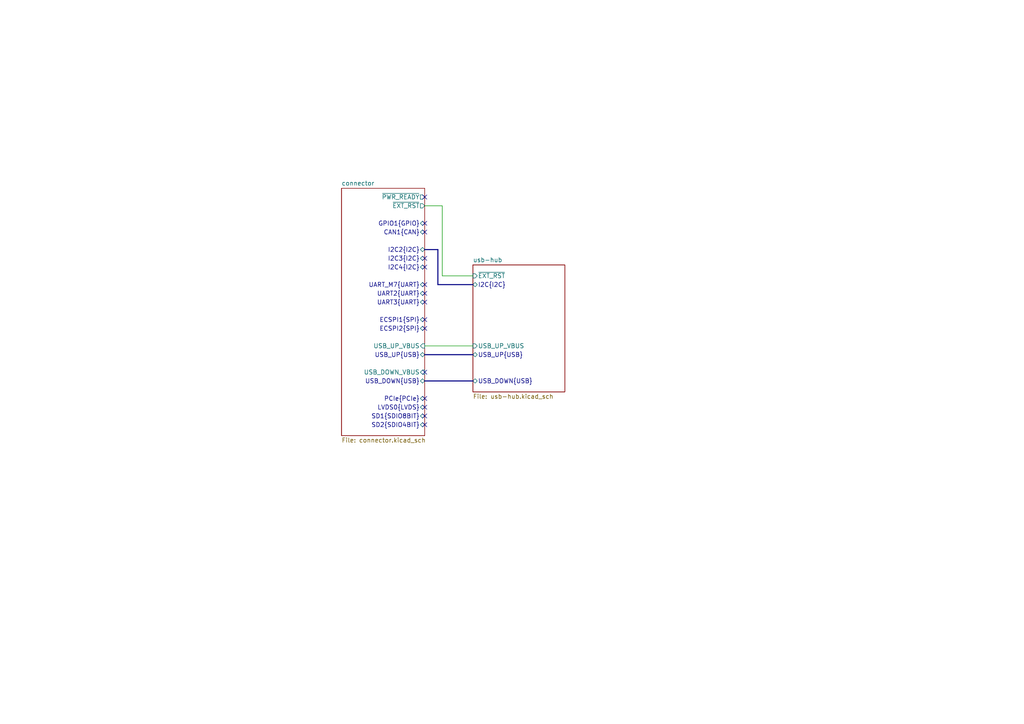
<source format=kicad_sch>
(kicad_sch
	(version 20250114)
	(generator "eeschema")
	(generator_version "9.0")
	(uuid "b4f1f37e-a40e-4754-9526-3b5057cd37da")
	(paper "A4")
	(lib_symbols)
	(bus_alias "CAN"
		(members "TX" "RX" "EN")
	)
	(bus_alias "GPIO"
		(members "IO00/CSI1_CTRL1" "IO01/CSI1_CTRL2" "IO02/PMIC_WDOG" "IO03/CSI1_CTRL3"
			"IO04/PMIC_SD_VSEL" "IO05/CSI1_CTRL4" "IO06/CSI2_CTRL1" "IO07/CSI2_CTRL2"
			"IO08/PCIe_nPERST" "IO09/LVDS1REG_EN" "IO10/PCIe_nWAKE" "IO11/PCIe_nCLKREQ"
			"IO12/USB1_OTG_PWR" "IO13/USB1_OTG_OC" "IO14/PCIe_nW_DISABLE" "nETH1_INT/IO15"
		)
	)
	(bus_alias "I2C"
		(members "SCL" "SDA")
	)
	(bus_alias "JTAG"
		(members "TCK" "TDI" "TDO" "TMS" "MOD")
	)
	(bus_alias "LVDS"
		(members "D0-" "D0+" "D1-" "D1+" "D2-" "D2+" "D3-" "D3+" "CLK-" "CLK+")
	)
	(bus_alias "MIPI_CSI"
		(members "D0-" "D0+" "D1-" "D1+" "D2-" "D2+" "D3-" "D3+" "CLK-" "CLK+")
	)
	(bus_alias "MIPI_DSI"
		(members "D0-" "D0+" "D1-" "D1+" "D2-" "D2+" "D3-" "D3+" "CLK-" "CLK+")
	)
	(bus_alias "PCIe"
		(members "TXN-" "TXN+" "RXN-" "RXN+" "CLK-" "CLK+")
	)
	(bus_alias "SDIO4BIT"
		(members "VDD_SW" "~{CD}" "WP" "CMD" "CLK" "D0" "D1" "D2" "D3")
	)
	(bus_alias "SDIO8BIT"
		(members "RESET" "CMD" "STROBE" "CLK" "D0" "D1" "D2" "D3" "D4" "D5" "D6"
			"D7"
		)
	)
	(bus_alias "SPI"
		(members "SS0" "MOSI" "MISO" "SCLK")
	)
	(bus_alias "UART"
		(members "RXD" "TXD")
	)
	(bus_alias "USB"
		(members "D+" "D-" "TX+" "TX-" "RX+" "RX-" "ID" "OC")
	)
	(no_connect
		(at 123.19 67.31)
		(uuid "28a4519d-5fc3-4717-b822-1738841ec9be")
	)
	(no_connect
		(at 123.19 95.25)
		(uuid "309e1dff-b60f-4a64-bec9-0ad06c6cd948")
	)
	(no_connect
		(at 123.19 64.77)
		(uuid "3248f858-b216-4756-9357-ba54f2359869")
	)
	(no_connect
		(at 123.19 107.95)
		(uuid "6c60341b-0948-455f-912b-e70abb5fbfa0")
	)
	(no_connect
		(at 123.19 85.09)
		(uuid "7febb8ab-6a0e-41ea-b718-83f609e2a420")
	)
	(no_connect
		(at 123.19 115.57)
		(uuid "913cfd5e-efd1-410f-be13-733ad955522c")
	)
	(no_connect
		(at 123.19 77.47)
		(uuid "a3e6ef05-f8f6-40ba-ba2a-10e7e2c2b91f")
	)
	(no_connect
		(at 123.19 57.15)
		(uuid "c44c735f-3d2b-4df6-acf3-262fa26ccb41")
	)
	(no_connect
		(at 123.19 74.93)
		(uuid "c590d3ba-ba62-4b07-aa23-360265ef78c6")
	)
	(no_connect
		(at 123.19 123.19)
		(uuid "c70f304b-bd4d-40e5-a64f-78648f7157be")
	)
	(no_connect
		(at 123.19 87.63)
		(uuid "cfb705c1-bea5-47bc-a156-eda7390ab804")
	)
	(no_connect
		(at 123.19 118.11)
		(uuid "d26b973f-73c4-4119-aa22-a4f9902c9f7d")
	)
	(no_connect
		(at 123.19 82.55)
		(uuid "e6391e21-7762-4eb7-8df3-fbc3f562a62f")
	)
	(no_connect
		(at 123.19 92.71)
		(uuid "e6c2da78-1d01-4462-9651-822c82e35684")
	)
	(no_connect
		(at 123.19 120.65)
		(uuid "e8841c12-0e1b-4aac-af81-63a3fa898f63")
	)
	(wire
		(pts
			(xy 137.16 80.01) (xy 128.27 80.01)
		)
		(stroke
			(width 0)
			(type default)
		)
		(uuid "16d4aa34-3a92-4597-8c64-b1c71498a136")
	)
	(bus
		(pts
			(xy 123.19 102.87) (xy 137.16 102.87)
		)
		(stroke
			(width 0)
			(type default)
		)
		(uuid "1d56fab4-04b5-4f86-b1f8-c2a3138b12de")
	)
	(bus
		(pts
			(xy 137.16 82.55) (xy 127 82.55)
		)
		(stroke
			(width 0)
			(type default)
		)
		(uuid "2cecf3cf-af3f-4485-b3f7-daef9114a3e1")
	)
	(wire
		(pts
			(xy 128.27 59.69) (xy 123.19 59.69)
		)
		(stroke
			(width 0)
			(type default)
		)
		(uuid "4efdeb7c-c691-4a70-b2ec-14cb95edbd7a")
	)
	(bus
		(pts
			(xy 123.19 110.49) (xy 137.16 110.49)
		)
		(stroke
			(width 0)
			(type default)
		)
		(uuid "5df0f39f-5d97-4cef-a315-3271f7c444dc")
	)
	(bus
		(pts
			(xy 127 72.39) (xy 127 82.55)
		)
		(stroke
			(width 0)
			(type default)
		)
		(uuid "6f8e6cec-5496-4960-a7b2-26cac5e977f0")
	)
	(wire
		(pts
			(xy 128.27 80.01) (xy 128.27 59.69)
		)
		(stroke
			(width 0)
			(type default)
		)
		(uuid "d218ba08-9302-4bd1-8243-9d2fea49258b")
	)
	(bus
		(pts
			(xy 123.19 72.39) (xy 127 72.39)
		)
		(stroke
			(width 0)
			(type default)
		)
		(uuid "d6f03b6f-18c3-4a9f-9cd0-759a74111896")
	)
	(wire
		(pts
			(xy 123.19 100.33) (xy 137.16 100.33)
		)
		(stroke
			(width 0)
			(type default)
		)
		(uuid "f867decc-3008-4c44-a268-622442aca437")
	)
	(sheet
		(at 99.06 54.61)
		(size 24.13 71.755)
		(exclude_from_sim no)
		(in_bom yes)
		(on_board yes)
		(dnp no)
		(fields_autoplaced yes)
		(stroke
			(width 0.1524)
			(type solid)
		)
		(fill
			(color 0 0 0 0.0000)
		)
		(uuid "45ac03a1-2fa7-4648-8a29-efec8399af67")
		(property "Sheetname" "connector"
			(at 99.06 53.8984 0)
			(effects
				(font
					(size 1.27 1.27)
				)
				(justify left bottom)
			)
		)
		(property "Sheetfile" "connector.kicad_sch"
			(at 99.06 126.9496 0)
			(effects
				(font
					(size 1.27 1.27)
				)
				(justify left top)
			)
		)
		(pin "SD2{SDIO4BIT}" bidirectional
			(at 123.19 123.19 0)
			(uuid "de8c75e4-721d-4d66-a640-8e2eee804552")
			(effects
				(font
					(size 1.27 1.27)
				)
				(justify right)
			)
		)
		(pin "CAN1{CAN}" bidirectional
			(at 123.19 67.31 0)
			(uuid "76f8ed7c-3d69-41ad-a727-a42156349cc8")
			(effects
				(font
					(size 1.27 1.27)
				)
				(justify right)
			)
		)
		(pin "LVDS0{LVDS}" bidirectional
			(at 123.19 118.11 0)
			(uuid "3b85d9e2-a22b-437f-b965-3e66689e7a04")
			(effects
				(font
					(size 1.27 1.27)
				)
				(justify right)
			)
		)
		(pin "ECSPI2{SPI}" bidirectional
			(at 123.19 95.25 0)
			(uuid "2a7b5838-e073-409b-824a-fd2ab3217304")
			(effects
				(font
					(size 1.27 1.27)
				)
				(justify right)
			)
		)
		(pin "ECSPI1{SPI}" bidirectional
			(at 123.19 92.71 0)
			(uuid "1f0fc1ee-97ef-4a3c-84f5-4ecf94c34bad")
			(effects
				(font
					(size 1.27 1.27)
				)
				(justify right)
			)
		)
		(pin "SD1{SDIO8BIT}" bidirectional
			(at 123.19 120.65 0)
			(uuid "7d9742c2-c233-4b19-b836-7ba8acc02f2f")
			(effects
				(font
					(size 1.27 1.27)
				)
				(justify right)
			)
		)
		(pin "~{PWR_READY}" output
			(at 123.19 57.15 0)
			(uuid "31eaa618-d455-48ac-997d-ac7657cc611e")
			(effects
				(font
					(size 1.27 1.27)
				)
				(justify right)
			)
		)
		(pin "PCIe{PCIe}" bidirectional
			(at 123.19 115.57 0)
			(uuid "43b20e57-9e06-4f75-bd38-6a20d404e55c")
			(effects
				(font
					(size 1.27 1.27)
				)
				(justify right)
			)
		)
		(pin "I2C4{I2C}" bidirectional
			(at 123.19 77.47 0)
			(uuid "fd4560fd-2557-4471-b7d6-37971475a6c8")
			(effects
				(font
					(size 1.27 1.27)
				)
				(justify right)
			)
		)
		(pin "GPIO1{GPIO}" bidirectional
			(at 123.19 64.77 0)
			(uuid "d4adf1f2-bf8c-4f88-a8cb-e3c0edfcd82c")
			(effects
				(font
					(size 1.27 1.27)
				)
				(justify right)
			)
		)
		(pin "~{EXT_RST}" output
			(at 123.19 59.69 0)
			(uuid "af5fdc74-40ed-4990-8f1c-dbc0f812b747")
			(effects
				(font
					(size 1.27 1.27)
				)
				(justify right)
			)
		)
		(pin "UART2{UART}" bidirectional
			(at 123.19 85.09 0)
			(uuid "bab05c38-69cb-4085-83bd-36d87cc65b0b")
			(effects
				(font
					(size 1.27 1.27)
				)
				(justify right)
			)
		)
		(pin "I2C3{I2C}" bidirectional
			(at 123.19 74.93 0)
			(uuid "6f2c7ba4-2121-4c82-b06f-64a555728a43")
			(effects
				(font
					(size 1.27 1.27)
				)
				(justify right)
			)
		)
		(pin "I2C2{I2C}" bidirectional
			(at 123.19 72.39 0)
			(uuid "3c44002d-65bd-4736-a6a4-87bd007f44c3")
			(effects
				(font
					(size 1.27 1.27)
				)
				(justify right)
			)
		)
		(pin "UART3{UART}" bidirectional
			(at 123.19 87.63 0)
			(uuid "e60785a1-929f-4afe-a49d-0b5010454ce5")
			(effects
				(font
					(size 1.27 1.27)
				)
				(justify right)
			)
		)
		(pin "UART_M7{UART}" bidirectional
			(at 123.19 82.55 0)
			(uuid "ffb246fd-3246-4456-954a-f0789cb260fc")
			(effects
				(font
					(size 1.27 1.27)
				)
				(justify right)
			)
		)
		(pin "USB_UP{USB}" bidirectional
			(at 123.19 102.87 0)
			(uuid "8f2e5008-4a61-4a8b-bb44-173fe5e90f19")
			(effects
				(font
					(size 1.27 1.27)
				)
				(justify right)
			)
		)
		(pin "USB_DOWN_VBUS" input
			(at 123.19 107.95 0)
			(uuid "1a6e4f8d-7c8c-4465-ad69-f63857734c1f")
			(effects
				(font
					(size 1.27 1.27)
				)
				(justify right)
			)
		)
		(pin "USB_DOWN{USB}" bidirectional
			(at 123.19 110.49 0)
			(uuid "4a0d84c3-daf8-49e8-aaa6-f4c289d5d13b")
			(effects
				(font
					(size 1.27 1.27)
				)
				(justify right)
			)
		)
		(pin "USB_UP_VBUS" input
			(at 123.19 100.33 0)
			(uuid "01f29872-5555-44ff-8f17-e384ce62adee")
			(effects
				(font
					(size 1.27 1.27)
				)
				(justify right)
			)
		)
		(instances
			(project "usb-extension"
				(path "/b4f1f37e-a40e-4754-9526-3b5057cd37da"
					(page "2")
				)
			)
		)
	)
	(sheet
		(at 137.16 76.835)
		(size 26.67 36.83)
		(exclude_from_sim no)
		(in_bom yes)
		(on_board yes)
		(dnp no)
		(fields_autoplaced yes)
		(stroke
			(width 0.1524)
			(type solid)
		)
		(fill
			(color 0 0 0 0.0000)
		)
		(uuid "d033926f-d41e-4c3c-9da1-1bdf2be8827f")
		(property "Sheetname" "usb-hub"
			(at 137.16 76.1234 0)
			(effects
				(font
					(size 1.27 1.27)
				)
				(justify left bottom)
			)
		)
		(property "Sheetfile" "usb-hub.kicad_sch"
			(at 137.16 114.2496 0)
			(effects
				(font
					(size 1.27 1.27)
				)
				(justify left top)
			)
		)
		(pin "USB_UP_VBUS" input
			(at 137.16 100.33 180)
			(uuid "8d9e52d0-9b88-4cb1-8a98-7759128b207f")
			(effects
				(font
					(size 1.27 1.27)
				)
				(justify left)
			)
		)
		(pin "USB_UP{USB}" bidirectional
			(at 137.16 102.87 180)
			(uuid "a2c67390-84b6-472f-84e8-cd1fbd04c13d")
			(effects
				(font
					(size 1.27 1.27)
				)
				(justify left)
			)
		)
		(pin "~{EXT_RST}" input
			(at 137.16 80.01 180)
			(uuid "e0977e52-780e-4702-91d5-5df758a6ce79")
			(effects
				(font
					(size 1.27 1.27)
				)
				(justify left)
			)
		)
		(pin "USB_DOWN{USB}" bidirectional
			(at 137.16 110.49 180)
			(uuid "90462160-b149-42b6-9b85-03224970ce89")
			(effects
				(font
					(size 1.27 1.27)
				)
				(justify left)
			)
		)
		(pin "I2C{I2C}" bidirectional
			(at 137.16 82.55 180)
			(uuid "05f6fa4b-8c10-4381-83e2-79c96a156bc3")
			(effects
				(font
					(size 1.27 1.27)
				)
				(justify left)
			)
		)
		(instances
			(project "usb-extension"
				(path "/b4f1f37e-a40e-4754-9526-3b5057cd37da"
					(page "3")
				)
			)
		)
	)
	(sheet_instances
		(path "/"
			(page "1")
		)
	)
	(embedded_fonts no)
)

</source>
